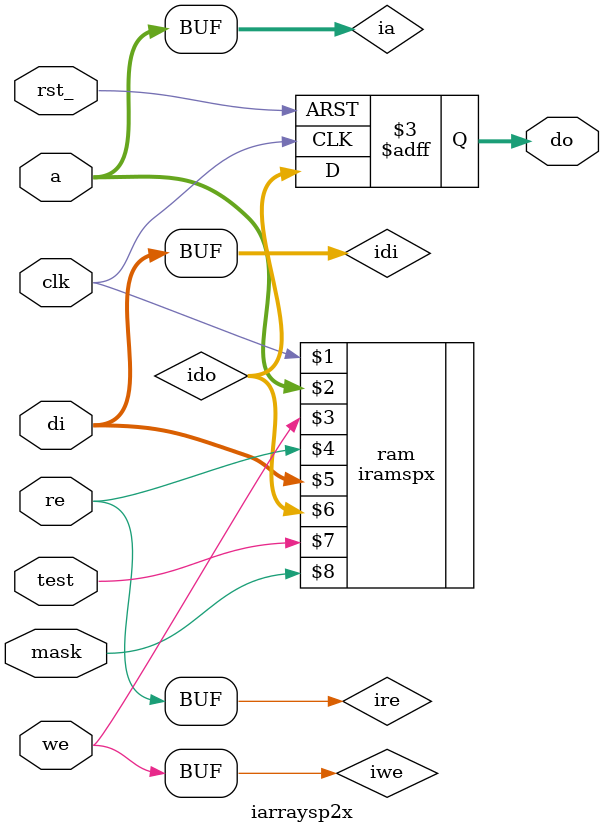
<source format=v>

module iarraysp2x
    (
     clk,
     rst_,
     a,
     we,
     re,
     di,
     do,

     test,
     mask
     );

parameter ADDRBIT = 11;
parameter DEPTH = 1536;
parameter WIDTH = 32;
parameter TYPE = "AUTO";        //This parameter is for synthesis only (Do not remove)
parameter MAXDEPTH = 0;

input               clk;
input               rst_;
input [ADDRBIT-1:0] a;
input               we;
input               re;
input [WIDTH-1:0]   di;
output [WIDTH-1:0]  do;
input               test;
input               mask;

wire [ADDRBIT-1:0]  ia;
wire                iwe;
wire                ire;
wire [WIDTH-1:0]    idi;
wire [WIDTH-1:0]    ido;
reg [WIDTH-1:0]     do;

//wrapping logics
//input
assign ia   = a;
assign iwe  = we;
assign idi  = di;
assign ire  = re;

//output
always @ (posedge clk or negedge rst_)
    if (~rst_)  do  <= {WIDTH{1'b0}};
    else        do  <= ido;

//single-port ram instantiation
iramspx #(ADDRBIT,DEPTH,WIDTH) ram (clk,ia,iwe,ire,idi,ido,test,mask);

endmodule

</source>
